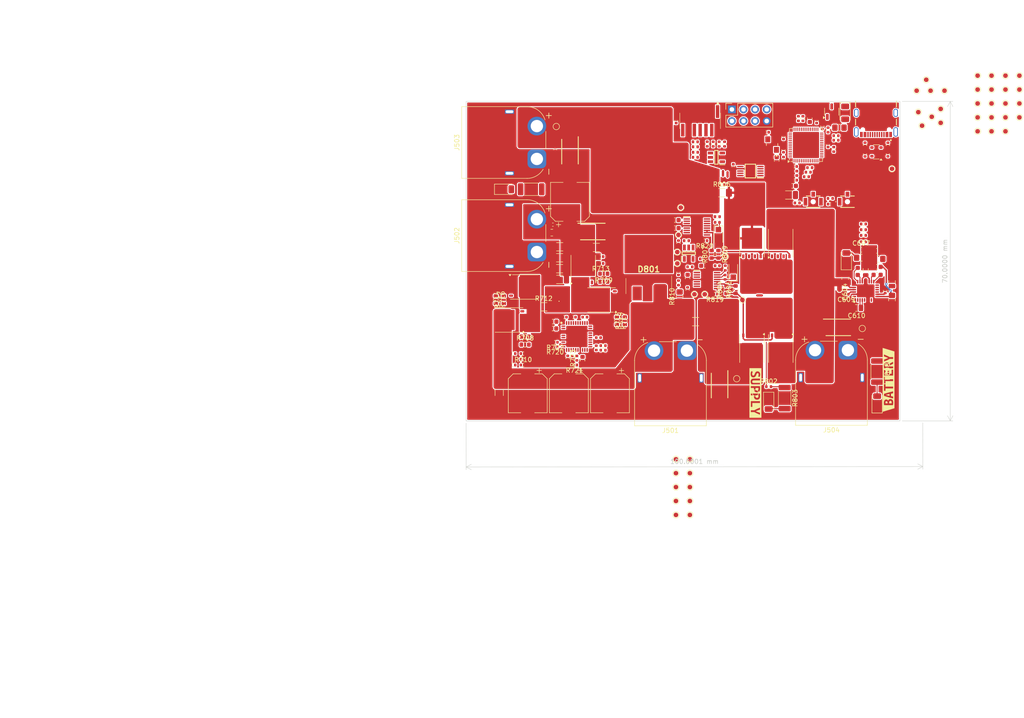
<source format=kicad_pcb>
(kicad_pcb (version 20240108) (generator "pcbnew") (generator_version "8.0")
  (title_block (title "${DOC_TYPE} Document") (date "2024-04-13") (rev "1.1") (company "${COMPANY}"))
  (layers (0 "F.Cu" signal "L1 (Sig, PWR)") (1 "In1.Cu" power "L2 (GND)") (2 "In2.Cu" power "L3 (GND)") (31 "B.Cu" signal "L4 (Sig, PWR)") (34 "B.Paste" user) (35 "F.Paste" user) (36 "B.SilkS" user "B.Silkscreen") (37 "F.SilkS" user "F.Silkscreen") (38 "B.Mask" user) (39 "F.Mask" user) (44 "Edge.Cuts" user))
  (property "BOARD_NAME" "ElonMux")
  (property "COMPANY" "EPFL Xplore")
  (property "DESIGNER" "Théo Heng")
  (property "PROJECT_NAME" "ERC")
  (property "RELEASE_DATE" "Release Date")
  (property "REVIEWER" "Federico Bise")
  (property "REVISION" "1.0")
  (property "VARIANT" "Draft")
  (net 0 "")
  (net 1 "+3V3")
  (net 2 "GND")
  (net 3 "/Project Architecture/MCU - Unit/CLOCK_IN")
  (net 4 "/Project Architecture/MCU - Unit/CLOCK_OUT")
  (net 5 "Net-(C413-Pad1)")
  (net 6 "Net-(IC601-COM1)")
  (net 7 "Net-(IC601-BST1)")
  (net 8 "Net-(IC601-COM2)")
  (net 9 "Net-(IC601-BST2)")
  (net 10 "/Project Architecture/Power - Generation/FB")
  (net 11 "+VBUS")
  (net 12 "+VCHARGE")
  (net 13 "+VSUPPLY")
  (net 14 "/Project Architecture/Power - Charger/EN{slash}UVLO")
  (net 15 "Net-(U701-CSB)")
  (net 16 "Net-(U701-CSA)")
  (net 17 "/Project Architecture/Power - Charger/SW1")
  (net 18 "/Project Architecture/Power - Charger/HB1")
  (net 19 "/Project Architecture/Power - Charger/SW2")
  (net 20 "/Project Architecture/Power - Charger/HB2")
  (net 21 "Net-(C716-Pad1)")
  (net 22 "/Project Architecture/Power - Charger/COMP")
  (net 23 "/Project Architecture/Power - Charger/VCC1")
  (net 24 "/Project Architecture/Power - Charger/ILIMCOMP{slash}ISET")
  (net 25 "/Project Architecture/Power - Charger/SS{slash}ATRK")
  (net 26 "+VBAT")
  (net 27 "/Project Architecture/Power - Power Path/BST1")
  (net 28 "/Project Architecture/Power - Power Path/BST2")
  (net 29 "/Project Architecture/Interface - Connectors/USB_C+")
  (net 30 "/Project Architecture/Interface - Connectors/USB_C-")
  (net 31 "/Project Architecture/MCU - Unit/VALID2")
  (net 32 "Net-(IC601-RT)")
  (net 33 "/Project Architecture/MCU - Unit/PGOOD")
  (net 34 "/Project Architecture/MCU - Unit/PRIORITY")
  (net 35 "/Project Architecture/Power - Generation/SW1_3V3")
  (net 36 "/Project Architecture/MCU - Unit/VALID1")
  (net 37 "/Project Architecture/Power - Power Path/OUTA")
  (net 38 "Net-(IC801-SNS-)")
  (net 39 "/Project Architecture/MCU - Unit/IMON1")
  (net 40 "/Project Architecture/Power - Power Path/TGDN1")
  (net 41 "/Project Architecture/Power - Power Path/ISET1")
  (net 42 "/Project Architecture/MCU - Unit/FAULT1")
  (net 43 "Net-(IC802-SNS-)")
  (net 44 "/Project Architecture/Power - Power Path/TGDN2")
  (net 45 "/Project Architecture/MCU - Unit/FAULT2")
  (net 46 "/Project Architecture/MCU - Unit/IMON2")
  (net 47 "/Project Architecture/Power - Power Path/OUTB")
  (net 48 "/Project Architecture/Power - Power Path/ISET2")
  (net 49 "/Project Architecture/Power - Power Path/INX")
  (net 50 "/Project Architecture/Power - Charger/HO1")
  (net 51 "/Project Architecture/Power - Charger/HO2")
  (net 52 "/Project Architecture/Power - Charger/LO1")
  (net 53 "/Project Architecture/Power - Charger/LO2")
  (net 54 "/Project Architecture/Interface - Connectors/CC1")
  (net 55 "/Project Architecture/Interface - Connectors/SBU1")
  (net 56 "/Project Architecture/Interface - Connectors/SBU2")
  (net 57 "/Project Architecture/Interface - Connectors/CC2")
  (net 58 "/Project Architecture/Interface - Connectors/GPIO38")
  (net 59 "/Project Architecture/Interface - Connectors/GPIO35")
  (net 60 "/Project Architecture/Interface - Connectors/GPIO37")
  (net 61 "/Project Architecture/Interface - Connectors/GPIO36")
  (net 62 "/Project Architecture/Power - Charger/shunt_bridge-")
  (net 63 "Net-(LED601-A)")
  (net 64 "Net-(LED701-A)")
  (net 65 "Net-(LED801-A)")
  (net 66 "Net-(LED802-A)")
  (net 67 "Net-(LED1101-A)")
  (net 68 "Net-(LED1101-K)")
  (net 69 "/Project Architecture/Sensing - Battery/shunt_bat+")
  (net 70 "/Project Architecture/Sensing - Battery/shunt_bat-")
  (net 71 "Net-(Q1101-G)")
  (net 72 "/Project Architecture/MCU - Unit/SCL")
  (net 73 "/Project Architecture/MCU - Unit/SDA")
  (net 74 "/Project Architecture/MCU - Unit/SPI_NCS")
  (net 75 "/Project Architecture/MCU - Unit/CHARGER_STATUS")
  (net 76 "/Project Architecture/MCU - Unit/CHUP_PU")
  (net 77 "/Project Architecture/MCU - Unit/GPIO0")
  (net 78 "/Project Architecture/Power - Charger/FB{slash}SEL_intFB")
  (net 79 "/Project Architecture/Power - Charger/VIN-FB")
  (net 80 "/Project Architecture/Power - Charger/CDC")
  (net 81 "/Project Architecture/Power - Charger/CFG2")
  (net 82 "/Project Architecture/Power - Charger/RT")
  (net 83 "/Project Architecture/Interface - Connectors/MTMS")
  (net 84 "/Project Architecture/Interface - Connectors/MTCK")
  (net 85 "/Project Architecture/Interface - Connectors/MTDO")
  (net 86 "/Project Architecture/Interface - Connectors/MTDI")
  (net 87 "/Project Architecture/Interface - Connectors/USB_D-")
  (net 88 "/Project Architecture/Interface - Connectors/USB_D+")
  (net 89 "/Project Architecture/MCU - Unit/LED_DBG")
  (net 90 "/Project Architecture/MCU - Unit/SPI_MOSI")
  (net 91 "/Project Architecture/MCU - Unit/SPI_MISO")
  (net 92 "/Project Architecture/MCU - Unit/SPI_CLK")
  (net 93 "/Project Architecture/MCU - Unit/SPICLK_P")
  (net 94 "/Project Architecture/MCU - Unit/LNA_IN")
  (net 95 "/Project Architecture/MCU - Unit/GPIO18")
  (net 96 "/Project Architecture/MCU - Unit/XTAL_32K_P")
  (net 97 "/Project Architecture/MCU - Unit/GPIO46")
  (net 98 "/Project Architecture/MCU - Unit/GPIO17")
  (net 99 "/Project Architecture/MCU - Unit/SPID")
  (net 100 "/Project Architecture/MCU - Unit/U0RXD")
  (net 101 "/Project Architecture/MCU - Unit/SPIHD")
  (net 102 "/Project Architecture/MCU - Unit/SPICLK")
  (net 103 "/Project Architecture/MCU - Unit/SPICLK_N")
  (net 104 "/Project Architecture/MCU - Unit/SPICS1")
  (net 105 "/Project Architecture/MCU - Unit/XTAL_32K_N")
  (net 106 "/Project Architecture/MCU - Unit/U0TXD")
  (net 107 "/Project Architecture/MCU - Unit/SPIQ")
  (net 108 "/Project Architecture/MCU - Unit/SPIWP")
  (net 109 "/Project Architecture/MCU - Unit/SPICS0")
  (net 110 "/Project Architecture/MCU - Unit/GPIO45")
  (net 111 "/Project Architecture/MCU - Unit/GPIO3")
  (net 112 "/Project Architecture/Power - Charger/DRV1")
  (net 116 "/Project Architecture/Sensing - Battery/ALERT")
  (net 117 "/Project Architecture/Power - Power Path/VDD")
  (net 118 "/Project Architecture/Power - Power Path/VCC1")
  (net 119 "/Project Architecture/Power - Power Path/VCC2")
  (net 120 "/Project Architecture/Power - Power Path/TS")
  (net 121 "/Project Architecture/Power - Generation/+VOUT")
  (net 122 "/Project Architecture/Power - Power Path/GATE1")
  (net 123 "/Project Architecture/Power - Power Path/GATE2")
  (net 124 "/Project Architecture/Power - Power Path/SOURCE1")
  (net 125 "/Project Architecture/Power - Power Path/SOURCE2")
  (net 126 "Net-(Q701-G)")
  (net 127 "Net-(Q702-G)")
  (net 128 "Net-(Q703-G)")
  (net 129 "Net-(Q704-G)")
  (net 130 "Net-(R802-Pad2)")
  (net 131 "Net-(R815-Pad2)")
  (net 132 "Net-(IC601-ENA)")
  (footprint "Resistor_SMD:R_0402_1005Metric" (layer "F.Cu") (at 204.1 59.8 90)
    (property "Reference" "R1010" (hide yes))
    (property "Value" "5k1 1%" (hide yes))
  )
  (footprint "Capacitor_SMD:C_0603_1608Metric" (layer "F.Cu") (at 165.25 89 -90)
    (property "Reference" "C809" (hide yes))
    (property "Value" "1u X7R 50V" (hide yes))
  )
  (footprint "Package_TO_SOT_SMD:SOT-23-3" (layer "F.Cu") (at 196.8 52.5 90)
    (property "Reference" "Q1101" (hide yes))
    (property "Value" "PMV90ENER" (hide yes))
  )
  (footprint "TestPoint:TestPoint_Pad_D1.0mm" (layer "F.Cu") (at 228.75 50.7)
    (property "Reference" "TP403" (hide yes))
    (property "Value" "MTDI" (hide yes))
  )
  (footprint "Resistor_SMD:R_0805_2012Metric_Pad1.20x1.40mm_HandSolder" (layer "F.Cu") (at 135.52 79)
    (property "Reference" "R701" (hide yes))
    (property "Value" "7m 1% 1W" (hide yes))
  )
  (footprint "TestPoint:TestPoint_Pad_D1.0mm" (layer "F.Cu") (at 210 65 -90)
    (property "Reference" "TP1001" (hide yes))
    (property "Value" "VIN2" (hide yes))
  )
  (footprint "Capacitor_SMD:C_0402_1005Metric" (layer "F.Cu") (at 186.25 60.9 -90)
    (property "Reference" "C409" (hide yes))
    (property "Value" "10p X7R 25V" (hide yes))
  )
  (footprint "Capacitor_SMD:C_0402_1005Metric" (layer "F.Cu") (at 182.52 57)
    (property "Reference" "C410" (hide yes))
    (property "Value" "10p X7R 25V" (hide yes))
  )
  (footprint "NetTie:NetTie-2_SMD_Pad0.5mm" (layer "F.Cu") (at 181 92.75 180)
    (property "Reference" "NT801" (hide yes))
    (property "Value" "NetTie_TS" (hide yes))
  )
  (footprint "Resistor_SMD:R_0402_1005Metric" (layer "F.Cu") (at 171.25 92.5 180)
    (property "Reference" "R819")
    (property "Value" "100k 1%")
  )
  (footprint "TestPoint:TestPoint_Pad_D1.0mm" (layer "F.Cu") (at 228.75 47.65)
    (property "Reference" "TP402" (hide yes))
    (property "Value" "MTDO" (hide yes))
  )
  (footprint "Capacitor_SMD:C_0603_1608Metric" (layer "F.Cu") (at 135.725 100)
    (property "Reference" "C722" (hide yes))
    (property "Value" "22u X5R 50V" (hide yes))
  )
  (footprint "Capacitor_SMD:CP_Elec_8x6.7" (layer "F.Cu") (at 130.25 114.2 -90)
    (property "Reference" "C704" (hide yes))
    (property "Value" "27u 63V" (hide yes))
  )
  (footprint "Capacitor_SMD:C_0402_1005Metric" (layer "F.Cu") (at 138.25 97.5)
    (property "Reference" "C718" (hide yes))
    (property "Value" "100n X7R 50V" (hide yes))
  )
  (footprint "Resistor_SMD:R_0402_1005Metric" (layer "F.Cu") (at 191.66 65.75)
    (property "Reference" "R402" (hide yes))
    (property "Value" "10k 1%" (hide yes))
  )
  (footprint "Charge_Manager_FP:AMASS_XT60PW-M_1x02_P7.20mm_Horizontal" (layer "F.Cu") (at 200.35 104.75 180)
    (property "Reference" "J504")
    (property "Value" "XT60PW-M")
  )
  (footprint "Charge_Manager_FP:AMASS_XT60PW-M_1x02_P7.20mm_Horizontal" (layer "F.Cu") (at 132.25 62.85 90)
    (property "Reference" "J503")
    (property "Value" "XT60PW-M")
  )
  (footprint "Resistor_SMD:R_2010_5025Metric" (layer "F.Cu") (at 131 69.5 180)
    (property "Reference" "R707" (hide yes))
    (property "Value" "1k 1% 2W" (hide yes))
  )
  (footprint "TestPoint:TestPoint_Pad_D1.0mm" (layer "F.Cu") (at 231.8 44.6)
    (property "Reference" "TP407" (hide yes))
    (property "Value" "SPI_MISO" (hide yes))
  )
  (footprint "Charge_Manager_FP:GCT_USB4105-GF-A" (layer "F.Cu") (at 206.5 52.75 180)
    (property "Reference" "J1002" (hide yes))
    (property "Value" "USB4105-GF-A" (hide yes))
  )
  (footprint "Package_TO_SOT_SMD:TDSON-8-1" (layer "F.Cu") (at 185.635 81.3 90)
    (property "Reference" "Q804" (hide yes))
    (property "Value" "CSD18540Q5B" (hide yes))
  )
  (footprint "Capacitor_SMD:C_0402_1005Metric" (layer "F.Cu") (at 196 59.75 90)
    (property "Reference" "C407" (hide yes))
    (property "Value" "100n X7R 50V" (hide yes))
  )
  (footprint "Resistor_SMD:R_0402_1005Metric" (layer "F.Cu") (at 203.75 77.1 180)
    (property "Reference" "R605" (hide yes))
    (property "Value" "10k 1%" (hide yes))
  )
  (footprint "TestPoint:TestPoint_Pad_D1.0mm" (layer "F.Cu") (at 231.8 47.65)
    (property "Reference" "TP408" (hide yes))
    (property "Value" "SPI_CLK" (hide yes))
  )
  (footprint "Resistor_SMD:R_1206_3216Metric_Pad1.30x1.75mm_HandSolder" (layer "F.Cu") (at 167 98.5 180)
    (property "Reference" "R805" (hide yes))
    (property "Value" "1m 1% 2W" (hide yes))
  )
  (footprint "Capacitor_SMD:C_0402_1005Metric" (layer "F.Cu") (at 171.75 86.25)
    (property "Reference" "C802" (hide yes))
    (property "Value" "100n X7R 50V" (hide yes))
  )
  (footprint "Capacitor_SMD:C_0603_1608Metric" (layer "F.Cu") (at 162.5 78 180)
    (property "Reference" "C811" (hide yes))
    (property "Value" "1u X7R 50V" (hide yes))
  )
  (footprint "Resistor_SMD:R_0402_1005Metric" (layer "F.Cu") (at 165.25 91.5 -90)
    (property "Reference" "R817" (hide yes))
    (property "Value" "10k 1%" (hide yes))
  )
  (footprint "Capacitor_SMD:C_0402_1005Metric" (layer "F.Cu") (at 145.73 102 180)
    (property "Reference" "C714" (hide yes))
    (property "Value" "100n X7R 50V" (hide yes))
  )
  (footprint "Charge_Manager_FP:LM51772RHAR" (layer "F.Cu") (at 141 101.75)
    (property "Reference" "U701" (hide yes))
    (property "Value" "LM51772RHAR" (hide yes))
  )
  (footprint "Capacitor_SMD:C_0402_1005Metric" (layer "F.Cu") (at 142.75 97.5)
    (property "Reference" "C715" (hide yes))
    (property "Value" "100n X7R 50V" (hide yes))
  )
  (footprint "TestPoint:TestPoint_Pad_D1.0mm" (layer "F.Cu") (at 177.25 93.75)
    (property "Reference" "TP802" (hide yes))
    (property "Value" "TGDN1" (hide yes))
  )
  (footprint "TestPoint:TestPoint_Pad_D1.0mm" (layer "F.Cu") (at 220.665 51.895)
    (property "Reference" "TP604" (hide yes))
    (property "Value" "GND" (hide yes))
  )
  (footprint "TestPoint:TestPoint_Pad_D1.0mm" (layer "F.Cu") (at 231.8 50.7)
    (property "Reference" "TP409" (hide yes))
    (property "Value" "SCL" (hide yes))
  )
  (footprint "TestPoint:TestPoint_Pad_D1.0mm" (layer "F.Cu") (at 228.75 44.6)
    (property "Reference" "TP401" (hide yes))
    (property "Value" "MTCK" (hide yes))
  )
  (footprint "Resistor_SMD:R_0402_1005Metric" (layer "F.Cu") (at 146.75 103.75)
    (property "Reference" "R718" (hide yes))
    (property "Value" "10R 1%" (hide yes))
  )
  (footprint "TestPoint:TestPoint_Pad_D1.0mm" (layer "F.Cu") (at 165.75 140.85)
    (property "Reference" "TP710" (hide yes))
    (property "Value" "GND" (hide yes))
  )
  (footprint "TestPoint:TestPoint_Pad_D1.0mm" (layer "F.Cu") (at 237.9 47.65)
    (property "Reference" "TP420" (hide yes))
    (property "Value" "IMON2" (hide yes))
  )
  (footprint "Resistor_SMD:R_0402_1005Metric" (layer "F.Cu") (at 203.75 78.35 180)
    (property "Reference" "R602" (hide yes))
    (property "Value" "10k 1%" (hide yes))
  )
  (footprint "Charge_Manager_FP:TPS3701DDCR" (layer "F.Cu") (at 165.5 83.5 90)
    (property "Reference" "IC803" (hide yes))
    (property "Value" "TPS3701DDCR" (hide yes))
  )
  (footprint "Resistor_SMD:R_0402_1005Metric" (layer "F.Cu") (at 173.35 59.59 90)
    (property "Reference" "R1005" (hide yes))
    (property "Value" "27R 1%" (hide yes))
  )
  (footprint "Capacitor_SMD:C_1206_3216Metric" (layer "F.Cu") (at 137.25 82.1)
    (property "Reference" "C708" (hide yes))
    (property "Value" "10u X7R 50V" (hide yes))
  )
  (footprint "TestPoint:TestPoint_Pad_D1.0mm" (layer "F.Cu") (at 162.7 140.85)
    (property "Reference" "TP705" (hide yes))
    (property "Value" "LO1" (hide yes))
  )
  (footprint "TestPoint:TestPoint_Pad_D1.0mm" (layer "F.Cu") (at 165.75 131.7)
    (property "Reference" "TP707" (hide yes))
    (property "Value" "SW1" (hide yes))
  )
  (footprint "Resistor_SMD:R_0402_1005Metric" (layer "F.Cu") (at 146.25 84.25)
    (property "Reference" "R704" (hide yes))
    (property "Value" "130k 1%" (hide yes))
  )
  (footprint "Charge_Manager_FP:DIOM5436X244N" (layer "F.Cu") (at 144.5 78.75)
    (property "Reference" "D502" (hide yes))
    (property "Value" "SMBJ30CA" (hide yes))
  )
  (footprint "Capacitor_SMD:C_0402_1005Metric" (layer "F.Cu") (at 209.1 61.8 90)
    (property "Reference" "C1002" (hide yes))
    (property "Value" "100n X7R 50V" (hide yes))
  )
  (footprint "Resistor_SMD:R_0805_2012Metric_Pad1.20x1.40mm_HandSolder" (layer "F.Cu") (at 163.5 93 90)
    (property "Reference" "R810")
    (property "Value" "240k 1%")
  )
  (footprint "TestPoint:TestPoint_Pad_D1.0mm" (layer "F.Cu") (at 203.5 100)
    (property "Reference" "TP811" (hide yes))
    (property "Value" "GND" (hide yes))
  )
  (footprint "TestPoint:TestPoint_Pad_D1.0mm" (layer "F.Cu") (at 165.75 137.8)
    (property "Reference" "TP709" (hide yes))
    (property "Value" "GND" (hide yes))
  )
  (footprint "Resistor_SMD:R_0603_1608Metric" (layer "F.Cu") (at 129.675 103.535)
    (property "Reference" "R708")
    (property "Value" "0R 1%")
  )
  (footprint "Charge_Manager_FP:INA239AQDGSRQ1" (layer "F.Cu") (at 179 65.5 180)
    (property "Reference" "U901" (hide yes))
    (property "Value" "INA239AQDGSRQ1" (hide yes))
  )
  (footprint "Resistor_SMD:R_0603_1608Metric" (layer "F.Cu") (at 175.75 91.5 90)
    (property "Reference" "R801")
    (property "Value" "0R 1%")
  )
  (footprint "Resistor_SMD:R_0402_1005Metric" (layer "F.Cu") (at 166.96 61.39)
    (property "Reference" "R1003" (hide yes))
    (property "Value" "10k 1%" (hide yes))
  )
  (footprint "TestPoint:TestPoint_Pad_D1.0mm" (layer "F.Cu") (at 163.75 73.5)
    (property "Reference" "TP807" (hide yes))
    (property "Value" "VCC2" (hide yes))
  )
  (footprint "Resistor_SMD:R_1206_3216Metric_Pad1.30x1.75mm_HandSolder" (layer "F.Cu") (at 133.75 95.25)
    (property "Reference" "R712")
    (property "Value" "1m 1% 2W")
  )
  (footprint "Capacitor_SMD:C_0402_1005Metric" (layer "F.Cu") (at 168.5 84.75)
    (property "Reference" "C807" (hide yes))
    (property "Value" "100n X7R 50V" (hide yes))
  )
  (footprint "Resistor_SMD:R_0402_1005Metric" (layer "F.Cu") (at 127 105.5)
    (property "Reference" "R706" (hide yes))
    (property "Value" "130k 1%" (hide yes))
  )
  (footprint "Resistor_SMD:R_0402_1005Metric" (layer "F.Cu") (at 191.27 66.75)
    (property "Reference" "R401" (hide yes))
    (property "Value" "10k 1%" (hide yes))
  )
  (footprint "Charge_Manager_FP:AMASS_XT60PW-M_1x02_P7.20mm_Horizontal" (layer "F.Cu") (at 165.1 104.85 180)
    (property "Reference" "J501")
    (property "Value" "XT60PW-M")
  )
  (footprint "Charge_Manager_FP:DIOM5436X244N" (layer "F.Cu") (at 198.25 99.75)
    (property "Reference" "D504" (hide yes))
    (property "Value" "SMBJ30CA" (hide yes))
  )
  (footprint "Resistor_SMD:R_0402_1005Metric" (layer "F.Cu") (at 139 106.5 -90)
    (property "Reference" "R723")
    (property "Value" "56k 1%")
  )
  (footprint "Resistor_SMD:R_0402_1005Metric" (layer "F.Cu") (at 170.85 59.59 90)
    (property "Reference" "R1007" (hide yes))
    (property "Value" "27R 1%" (hide yes))
  )
  (footprint "Charge_Manager_FP:B3U1100PB" (layer "F.Cu") (at 200.25 72.225 180)
    (property "Reference" "S402" (hide yes))
    (property "Value" "B3U-1100P-B" (hide yes))
  )
  (footprint "Capacitor_SMD:C_0603_1608Metric" (layer "F.Cu") (at 142.25 107 90)
    (property "Reference" "C720" (hide yes))
    (property "Value" "22u X5R 50V" (hide yes))
  )
  (footprint "TestPoint:TestPoint_Pad_D1.0mm" (layer "F.Cu") (at 218.45 47.9)
    (property "Reference" "TP412" (hide yes))
    (property "Value" "LED_DBG" (hide yes))
  )
  (footprint "Resistor_SMD:R_0402_1005Metric" (layer "F.Cu") (at 209.1 59.81 90)
    (property "Reference" "R1009" (hide yes))
    (property "Value" "5k1 1%" (hide yes))
  )
  (footprint "TestPoint:TestPoint_Pad_D1.0mm" (layer "F.Cu") (at 165.75 128.65)
    (property "Reference" "TP706" (hide yes))
    (property "Value" "LO2" (hide yes))
  )
  (footprint "Resistor_SMD:R_0402_1005Metric" (layer "F.Cu") (at 166.94 59.09)
    (property "Reference" "R1001" (hide yes))
    (property "Value" "10k 1%" (hide yes))
  )
  (footprint "Charge_Manager_FP:XTAL_ECS-400-10-33B-CKM-TR" (layer "F.Cu") (at 183.75 59.7 90)
    (property "Reference" "Y401" (hide yes))
    (property "Value" "ECS-400-10-33B-CKM-TR" (hide yes))
  )
  (footprint "Charge_Manager_FP:74439323010" (layer "F.Cu") (at 139.765 94.025 -90)
    (property "Reference" "L701" (hide yes))
    (property "Value" "1u" (hide yes))
  )
  (footprint "Package_TO_SOT_SMD:TDSON-8-1" (layer "F.Cu") (at 179.345 81.3 90)
    (property "Reference" "Q803" (hide yes))
    (property "Value" "CSD18540Q5B" (hide yes))
  )
  (footprint "Resistor_SMD:R_0402_1005Metric" (layer "F.Cu") (at 197.25 60.75 -90)
    (property "Reference" "R406" (hide yes))
    (property "Value" "10k 1%" (hide yes))
  )
  (footprint "Capacitor_SMD:C_0603_1608Metric" (layer "F.Cu") (at 192 53.975 90)
    (property "Reference" "C401" (hide yes))
    (property "Value" "1u X7R 50V" (hide yes))
  )
  (footprint "Capacitor_SMD:C_1206_3216Metric" (layer "F.Cu") (at 137.225 84.5)
    (property "Reference" "C709" (hide yes))
    (property "Value" "10u X7R 50V" (hide yes))
  )
  (footprint "Resistor_SMD:R_0603_1608Metric" (layer "F.Cu") (at 146.9 88 180)
    (property "Reference" "R709")
    (property "Value" "0R 1%")
  )
  (footprint "TestPoint:TestPoint_Pad_D1.0mm" (layer "F.Cu") (at 163.25 79.5)
    (property "Reference" "TP803" (hide yes))
    (property "Value" "OUTB" (hide yes))
  )
  (footprint "Resistor_SMD:R_0402_1005Metric" (layer "F.Cu") (at 169.55 59.58 90)
    (property "Reference" "R1008" (hide yes))
    (property "Value" "27R 1%" (hide yes))
  )
  (footprint "Resistor_SMD:R_0402_1005Metric" (layer "F.Cu") (at 163.25 81.25 -90)
    (property "Reference" "R818" (hide yes))
    (property "Value" "10k 1%" (hide yes))
  )
  (footprint "TestPoint:TestPoint_Pad_D1.0mm" (layer "F.Cu") (at 237.9 53.75)
    (property "Reference" "TP422" (hide yes))
    (property "Value" "GND" (hide yes))
  )
  (footprint "Package_TO_SOT_SMD:TDSON-8-1" (layer "F.Cu") (at 146.415 93.75 180)
    (property "Reference" "Q704" (hide yes))
    (property "Value" "CSD18540Q5B" (hide yes))
  )
  (footprint "Capacitor_SMD:C_0603_1608Metric" (layer "F.Cu") (at 188.185 68.75 180)
    (property "Reference" "C404" (hide yes))
    (property "Value" "1u X7R 50V" (hide yes))
  )
  (footprint "TestPoint:TestPoint_Pad_D1.0mm" (layer "F.Cu") (at 136.5 55.75)
    (property "Reference" "TP810" (hide yes))
    (property "Value" "+VSUPPLY" (hide yes))
  )
  (footprint "TestPoint:TestPoint_Pad_D1.0mm" (layer "F.Cu") (at 176 111)
    (property "Reference" "TP808" (hide yes))
    (property "Value" "+VCHARGE" (hide yes))
  )
  (footprint "Resistor_SMD:R_0805_2012Metric_Pad1.20x1.40mm_HandSolder" (layer "F.Cu") (at 210 93.75 -90)
    (property "Reference" "R607" (hide yes))
    (property "Value" "301k 1%" (hide yes))
  )
  (footprint "Resistor_SMD:R_0402_1005Metric" (layer "F.Cu") (at 192 64.75)
    (property "Reference" "R403" (hide yes))
    (property "Value" "10k 1%" (hide yes))
  )
  (footprint "Resistor_SMD:R_0402_1005Metric" (layer "F.Cu") (at 165 80.75 180)
    (property "Reference" "R812" (hide yes))
    (property "Value" "20k5 1%" (hide yes))
  )
  (footprint "Capacitor_SMD:C_0603_1608Metric" (layer "F.Cu") (at 184.76 63.25 -90)
    (property "Reference" "C411" (hide yes))
    (property "Value" "1u X7R 50V" (hide yes))
  )
  (footprint "TestPoint:TestPoint_Pad_D1.0mm" (layer "F.Cu") (at 228.75 56.8)
    (property "Reference" "TP405" (hide yes))
    (property "Value" "SPI_NCS" (hide yes))
  )
  (footprint "TestPoint:TestPoint_Pad_D1.0mm" (layer "F.Cu") (at 162.7 134.75)
    (property "Reference" "TP703" (hide yes))
    (property "Value" "HO1" (hide yes))
  )
  (footprint "TestPoint:TestPoint_Pad_D1.0mm" (layer "F.Cu") (at 166.75 92.5)
    (property "Reference" "TP801" (hide yes))
    (property "Value" "OUTA" (hide yes))
  )
  (footprint "Resistor_SMD:R_0402_1005Metric" (layer "F.Cu") (at 190.5 54 -90)
    (property "Reference" "R404" (hide yes))
    (property "Value" "10k 1%" (hide yes))
  )
  (footprint "TestPoint:TestPoint_Pad_D1.0mm" (layer "F.Cu") (at 162.7 128.65)
    (property "Reference" "TP701" (hide yes))
    (property "Value" "+VCHARGE" (hide yes))
  )
  (footprint "Charge_Manager_FP:LTC3126EUFD" (layer "F.Cu") (at 204.25 91.75 90)
    (property "Reference" "IC601" (hide yes))
    (property "Value" "LTC3126IUFD#PBF" (hide yes))
  )
  (footprint "Capacitor_SMD:C_0603_1608Metric" (layer "F.Cu") (at 169 86.25)
    (property "Reference" "C808" (hide yes))
    (property "Value" "1u X7R 50V" (hide yes))
  )
  (footprint "Package_TO_SOT_SMD:SOT-143" (layer "F.Cu") (at 206.6 61.3 180)
    (property "Reference" "D1002" (hide yes))
    (property "Value" "PRTR5V0U2X" (hide yes))
  )
  (footprint "TestPoint:TestPoint_Pad_D1.0mm" (layer "F.Cu") (at 220.665 54.945)
    (property "Reference" "TP605" (hide yes))
    (property "Value" "GND" (hide yes))
  )
  (footprint "TestPoint:TestPoint_Pad_D1.0mm" (layer "F.Cu") (at 237.9 50.7)
    (property "Reference" "TP421" (hide yes))
    (property "Value" "GND" (hide yes))
  )
  (footprint "Capacitor_SMD:C_0402_1005Metric" (layer "F.Cu") (at 186.25 62.92 -90)
    (property "Reference" "C412" (hide yes))
    (property "Value" "10n X7R 50V" (hide yes))
  )
  (footprint "Resistor_SMD:R_0402_1005Metric" (layer "F.Cu") (at 203.75 81 180)
    (property "Reference" "R604" (hide yes))
    (property "Value" "10k 1%" (hide yes))
  )
  (footprint "Resistor_SMD:R_0402_1005Metric" (layer "F.Cu") (at 129.25 105.5)
    (property "Reference" "R711" (hide yes))
    (property "Value" "5k6 1%" (hide yes))
  )
  (footprint "Resistor_SMD:R_1206_3216Metric_Pad1.30x1.75mm_HandSolder" (layer "F.Cu") (at 172.75 70.25)
    (property "Reference" "R806")
    (property "Value" "1m 1% 2W")
  )
  (footprint "Capacitor_SMD:C_0402_1005Metric" (layer "F.Cu") (at 188.68 67.5 180)
    (property "Reference" "C405" (hide yes))
    (property "Value" "100n X7R 50V" (hide yes))
  )
  (footprint "Capacitor_SMD:C_0402_1005Metric" (layer "F.Cu") (at 145.25 104.25 90)
    (property "Reference" "C713" (hide yes))
    (property "Value" "100n X7R 50V" (hide yes))
  )
  (footprint "Resistor_SMD:R_0402_1005Metric" (layer "F.Cu") (at 166.94 62.49)
    (property "Reference" "R1004" (hide yes))
    (property "Value" "10k 1%" (hide yes))
  )
  (footprint "Resistor_SMD:R_0603_1608Metric" (layer "F.Cu") (at 170.5 83.75 90)
    (property "Reference" "R807")
    (property "Value" "3R 1%")
  )
  (footprint "Resistor_SMD:R_0603_1608Metric" (layer "F.Cu") (at 149.765 98.325 -90)
    (property "Reference" "R717")
    (property "Value" "0R 1%")
  )
  (footprint "Resistor_SMD:R_0402_1005Metric" (layer "F.Cu") (at 146.25 85.75 180)
    (property "Reference" "R713")
    (property "Value" "5k6 1%")
  )
  (footprint "Package_TO_SOT_SMD:TDSON-8-1" (layer "F.Cu") (at 179.345 104.4 -90)
    (property "Reference" "Q801" (hide yes))
    (property "Value" "CSD18540Q5B" (hide yes))
  )
  (footprint "Capacitor_SMD:CP_Elec_8x6.7" (layer "F.Cu") (at 139.5 72.25 90)
    (property "Reference" "C711" (hide yes))
    (property "Value" "27u 63V" (hide yes))
  )
  (footprint "Capacitor_SMD:C_0402_1005Metric" (layer "F.Cu") (at 173.462 88.77 -90)
    (property "Reference" "C803" (hide yes))
    (property "Value" "100n X7R 50V" (hide yes))
  )
  (footprint "Resistor_SMD:R_0402_1005Metric" (layer "F.Cu") (at 197.75 58.75)
    (property "Reference" "R1011" (hide yes))
    (property "Value" "27R 1%" (hide yes))
  )
  (footprint "Resistor_SMD:R_0402_1005Metric" (layer "F.Cu") (at 163.25 87.75 90)
    (property "Reference" "R816" (hide yes))
    (property "Value" "10k 1%" (hide yes))
  )
  (footprint "Resistor_SMD:R_0402_1005Metric" (layer "F.Cu") (at 208.5 91.75 90)
    (property "Reference" "R608" (hide yes))
    (property "Value" "44k2 1%" (hide yes))
  )
  (footprint "Resistor_SMD:R_0402_1005Metric" (layer "F.Cu") (at 196 56.5 -90)
    (property "Reference" "R1102" (hide yes))
    (property "Value" "100R 1% 0.2W" (hide yes))
  )
  (footprint "Resistor_SMD:R_0603_1608Metric" (layer "F.Cu") (at 173.75 91.5 90)
    (property "Reference" "R804")
    (property "Value" "3R 1%")
  )
  (footprint "Resistor_SMD:R_0402_1005Metric" (layer "F.Cu") (at 183 112.75)
    (property "Reference" "R802")
    (property "Value" "100R 1% 0.2W")
  )
  (footprint "Resistor_SMD:R_0603_1608Metric" (layer "F.Cu") (at 151.5 98.325 90)
    (property "Reference" "R715")
    (property "Value" "3R 1%")
  )
  (footprint "Resistor_SMD:R_0402_1005Metric" (layer "F.Cu") (at 136.25 103 180)
    (property "Reference" "R722")
    (property "Value" "20k5 1%")
  )
  (footprint "Resistor_SMD:R_0402_1005Metric" (layer "F.Cu") (at 140.5 108 180)
    (property "Reference" "R721")
    (property "Value" "10k 1%")
  )
  (footprint "Capacitor_SMD:C_0402_1005Metric" (layer "F.Cu") (at 196.5 72.75)
    (property "Reference" "C413" (hide yes))
    (property "Value" "100n X7R 50V" (hide yes))
  )
  (footprint "Package_DFN_QFN:QFN-56-1EP_7x7mm_P0.4mm_EP4x4mm" (layer "F.Cu") (at 191.17 59.8 90)
    (property "Reference" "U401" (hide yes))
    (property "Value" "ESP32-S3FN8" (hide yes))
  )
  (footprint "TestPoint:TestPoint_Pad_D1.0mm" (layer "F.Cu") (at 234.85 44.6)
    (property "Reference" "TP413" (hide yes))
    (property "Value" "PRIORITY" (hide yes))
  )
  (footprint "Capacitor_SMD:C_0402_1005Metric" (layer "F.Cu") (at 141 106.5 90)
    (property "Reference" "C716" (hide yes))
    (property "Value" "10n X7R 50V" (hide yes))
  )
  (footprint "Resistor_SMD:R_0402_1005Metric" (layer "F.Cu") (at 146.75 104.75)
    (property "Reference" "R719" (hide yes))
    (property "Value" "10R 1%" (hide yes))
  )
  (footprint "Charge_Manager_FP:DIOM5436X244N" (layer "F.Cu") (at 172.25 112.5 -90)
    (property "Reference" "D501" (hide yes))
    (property "Value" "SMBJ30CA" (hide yes))
  )
  (footprint "Capacitor_SMD:C_0805_2012Metric" (layer "F.Cu") (at 210 89.75 90)
    (property "Reference" "C608" (hide yes))
    (property "Value" "4u7 X7R 50V" (hide yes))
  )
  (footprint "kibuzzard-67161F44" (layer "F.Cu") (at 180.096359 114.12 -90)
    (property "Reference" "kibuzzard-67161F44" (hide yes))
    (property "Value" "G***" (hide yes))
  )
  (footprint "Charge_Manager_FP:D5V0P4UR6SO-7 SOT95P285X140-6N" (layer "F.Cu") (at 171.55 62.5 180)
    (property "Reference" "D1001" (hide yes))
    (property "Value" "D5V0P4UR6SO-7" (hide yes))
  )
  (footprint "Capacitor_SMD:C_0603_1608Metric" (layer "F.Cu") (at 206.75 88.25)
    (property "Reference" "C602" (hide yes))
    (property "Value" "1u X7R 50V" (hide yes))
  )
  (footprint "Capacitor_SMD:C_0402_1005Metric" (layer "F.Cu") (at 188.66 64.5 180)
    (property "Reference" "C406" (hide yes))
    (property "Value" "100n X7R 50V" (hide yes))
  )
  (footprint "Capacitor_SMD:C_1206_3216Metric" (layer "F.Cu") (at 187.385 70.75 180)
    (property "Reference" "C403" (hide yes))
    (property "Value" "10u X7R 50V" (hide yes))
  )
  (footprint "Capacitor_SMD:C_0603_1608Metric" (layer "F.Cu") (at 202.5 87.5 90)
    (property "Reference" "C601" (hide yes))
    (property "Value" "1u X7R 50V" (hide yes))
  )
  (footprint "TestPoint:TestPoint_Pad_D1.0mm" (layer "F.Cu") (at 234.85 53.75)
    (property "Reference" "TP416" (hide yes))
    (property "Value" "PGOOD" (hide yes))
  )
  (footprint "Resistor_SMD:R_0805_2012Metric_Pad1.20x1.40mm_HandSolder" (layer "F.Cu") (at 198.5 56)
    (property "Reference" "R1101" (hide yes))
    (property "Value" "56R 1% 0.5W" (hide yes))
  )
  (footprint "LED_SMD:LED_1206_3216Metric" (layer "F.Cu") (at 200 84.85 90)
    (property "Reference" "LED601" (hide yes))
    (property "Value" "RED" (hide yes))
  )
  (footprint "Resistor_SMD:R_0805_2012Metric_Pad1.20x1.40mm_HandSolder" (layer "F.Cu") (at 203.25 84.5 180)
    (property "Reference" "R601" (hide yes))
    (property "Value" "56R 1% 0.5W" (hide yes))
  )
  (footprint "LED_SMD:LED_1206_3216Metric" (layer "F.Cu") (at 183 116.25 -90)
    (property "Reference" "LED801" (hide yes))
    (property "Value" "RED" (hide yes))
  )
  (footprint "Resistor_SMD:R_2010_5025Metric" (layer "F.Cu") (at 206.75 109.4375 -90)
    (property "Reference" "R808")
    (property "Value" "1k 1% 2W")
  )
  (footprint "Capacitor_SMD:C_0402_1005Metric" (layer "F.Cu") (at 193.5 54.5 90)
    (property "Reference" "C402" (hide yes))
    (property "Value" "100n X7R 50V" (hide yes))
  )
  (footprint "Capacitor_SMD:C_0402_1005Metric" (layer "F.Cu") (at 136.25 60.77 -90)
    (property "Reference" "C805" (hide yes))
    (property "Value" "100n X7R 50V" (hide yes))
  )
  (footprint "NetTie:NetTie-2_SMD_Pad0.5mm" (layer "F.Cu") (at 174 66.25 -90)
    (property "Reference" "NT901" (hide yes))
    (property "Value" "NetTie_CSA" (hide yes))
  )
  (footprint "NetTie:NetTie-2_SMD_Pad0.5mm" (layer "F.Cu") (at 173 66 -90)
    (property "Reference" "NT902" (hide yes))
    (property "Value" "NetTie_CSA" (hide yes))
  )
  (footprint "Charge_Manager_FP:DIOM5436X244N" (layer "F.Cu") (at 139.5 61.25 -90)
    (property "Reference" "D503" (hide yes))
    (property "Value" "SMBJ30CA" (hide yes))
  )
  (footprint "Resistor_SMD:R_0603_1608Metric" (layer "F.Cu") (at 146.9 89.75)
    (property "Reference" "R703" (hide yes))
    (property "Value" "3R 1%" (hide yes))
  )
  (footprint "Capacitor_SMD:C_0402_1005Metric" (layer "F.Cu") (at 129.25 106.75 180)
    (property "Reference" "C712" (hide yes))
    (property "Value" "100n X7R 50V" (hide yes))
  )
  (footprint "Resistor_SMD:R_0603_1608Metric" (layer "F.Cu") (at 129.675 101.785)
    (property "Reference" "R702" (hide yes))
    (property "Value" "3R 1%" (hide yes))
  )
  (footprint "Capacitor_SMD:C_0603_1608Metric" (layer "F.Cu") (at 206.75 83 180)
    (property "Reference" "C606" (hide yes))
    (property "Value" "22u X5R 50V" (hide yes))
  )
  (footprint "Resistor_SMD:R_0603_1608Metric" (layer "F.Cu") (at 172 83.75 -90)
    (property "Reference" "R809")
    (property "Value" "0R 1%")
  )
  (footprint "Capacitor_SMD:C_0402_1005Metric" (layer "F.Cu") (at 172.73 68.5)
    (property "Reference" "C801" (hide yes))
    (property "Value" "100n X7R 50V" (hide yes))
  )
  (footprint "Capacitor_SMD:C_0805_2012Metric" (layer "F.Cu") (at 202.25 95.5 180)
    (property "Reference" "C610")
    (property "Value" "4u7 X7R 50V")
  )
  (footprint "Capacitor_SMD:C_0603_1608Metric" (layer "F.Cu") (at 203.25 82.75)
    (property "Reference" "C607")
    (property "Value" "22u X5R 50V")
  )
  (footprint "TestPoint:TestPoint_Pad_D1.0mm" (layer "F.Cu") (at 215.4 47.9)
    (property "Reference" "TP406" (hide yes))
    (property "Value" "SPI_MOSI" (hide yes))
  )
  (footprint "Capacitor_SMD:C_0402_1005Metric" (layer "F.Cu") (at 186.25 58 90)
    (property "Reference" "C408" (hide yes))
    (property "Value" "100n X7R 50V" (hide yes))
  )
  (footprint "TestPoint:TestPoint_Pad_D1.0mm" (layer "F.Cu") (at 163 83.25)
    (property "Reference" "TP812" (hide yes))
    (property "Value" "VDD" (hide yes))
  )
  (footprint "Inductor_SMD:L_0805_2012Metric" (layer "F.Cu") (at 204.25 87.25 90)
    (property "Reference" "L601" (hide yes))
    (property "Value" "4u7" (hide yes))
  )
  (footprint "Capacitor_SMD:C_0402_1005Metric" (layer "F.Cu") (at 199.98 92.5 180)
    (property "Reference" "C609")
    (property "Value" "100n X7R 50V")
  )
  (footprint "LED_SMD:LED_1206_3216Metric" (layer "F.Cu") (at 206.75 116.225 90)
    (property "Reference" "LED802" (hide yes))
    (property "Value" "RED" (hide yes))
  )
  (footprint "TestPoint:TestPoint_Pad_D1.0mm" (layer "F.Cu") (at 180.096359 114.12)
    (property "Reference" "TP809" (hide yes))
    (property "Value" "GND" (hide yes))
  )
  (footprint "Capacitor_SMD:C_1206_3216Metric" (layer "F.Cu") (at 137.25 89.25)
    (property "Reference" "C707" (hide yes))
    (property "Value" "10u X7R 50V" (hide yes))
  )
  (footprint "Diode_SMD:Nexperia_CFP3_SOD-123W" (layer "F.Cu") (at 172 79.75 -90)
    (property "Reference" "D803" (hide yes))
    (property "Value" "PMEG4030ER,115" (hide yes))
  )
  (footprint "Charge_Manager_FP:FTSH-107-XX-YYY-DV-K" (layer "F.Cu") (at 168 54.5 180)
    (property "Reference" "J1001" (hide yes))
    (property "Value" "FTSH-107-01-F-DV-K" (hide yes))
  )
  (footprint "Charge_Manager_FP:AMASS_XT60PW-M_1x02_P7.20mm_Horizontal" (layer "F.Cu") (at 132.25 83.25 90)
    (property "Reference" "J502")
    (property "Value" "XT60PW-M")
  )
  (footprint "Charge_Manager_FP:B3U1100PB" (layer "F.Cu") (at 192.75 72.225 180)
    (property "Reference" "S401" (hide yes))
    (property "Value" "B3U-1100P-B" (hide yes))
  )
  (footprint "Capacitor_SMD:C_0402_1005Metric" (layer "F.Cu") (at 171.75 76.75)
    (property "Reference" "C804" (hide yes))
    (property "Value" "100n X7R 50V" (hide yes))
  )
  (footprint "TestPoint:TestPoint_Pad_D1.0mm" (layer "F.Cu") (at 221.5 47.9)
    (property "Reference" "TP418" (hide yes))
    (property "Value" "FAULT2" (hide yes))
  )
  (footprint "TestPoint:TestPoint_Pad_D1.0mm" (layer "F.Cu") (at 234.85 56.8)
    (property "Reference" "TP417" (hide yes))
    (property "Value" "FAULT1" (hide yes))
  )
  (footprint "Resistor_SMD:R_0402_1005Metric" (layer "F.Cu") (at 127 108)
    (property "Reference" "R705" (hide yes))
    (property "Value" "75k 1%" (hide yes))
  )
  (footprint "Capacitor_SMD:C_0402_1005Metric" (layer "F.Cu") (at 135.75 77.25)
    (property "Reference" "C701" (hide yes))
    (property "Value" "100n X7R 50V" (hide yes))
  )
  (footprint "Resistor_SMD:R_0402_1005Metric" (layer "F.Cu") (at 136.25 104 180)
    (property "Reference" "R720")
    (property "Value" "44k2 1%")
  )
  (footprint "TestPoint:TestPoint_Pad_D1.0mm" (layer "F.Cu") (at 237.9 44.6)
    (property "Reference" "TP419" (hide yes))
    (property "Value" "IMON1" (hide yes))
  )
  (footprint "Charge_Manager_FP:LTC7000EMSE#PBF" (layer "F.Cu") (at 167.288 77.75)
    (property "Reference" "IC802" (hide yes))
    (property "Value" "LTC7000EMSE#PBF" (hide yes))
  )
  (footprint "TestPoint:TestPoint_Pad_D1.0mm" (layer "F.Cu") (at 173.5 84.25)
    (property "Reference" "TP804" (hide yes))
    (property "Value" "TGDN2" (hide yes))
  )
  (footprint "Package_TO_SOT_SMD:TDSON-8-1" (layer "F.Cu") (at 126.155 98.135 180)
    (property "Reference" "Q701" (hide yes))
    (property "Value" "CSD18540Q5B" (hide yes))
  )
  (footprint "Package_TO_SOT_SMD:TDSON-8-1" (layer "F.Cu") (at 142.4 87 90)
    (property "Reference" "Q702" (hide yes))
    (property "Value" "CSD18540Q5B" (hide yes))
  )
  (footprint "Package_TO_SOT_SMD:TDSON-8-1" (layer "F.Cu") (at 129.5 90.9)
    (property "Reference" "Q703" (hide yes))
    (property "Value" "CSD18540Q5B" (hide yes))
  )
  (footprint "Resistor_SMD:R_0402_1005Metric" (layer "F.Cu") (at 189.5 54 -90)
    (property "Reference" "R405" (hide yes))
    (property "Value" "10k 1%" (hide yes))
  )
  (footprint "TestPoint:TestPoint_Pad_D1.0mm" (layer "F.Cu") (at 162.7 131.7)
    (property "Reference" "TP702" (hide yes))
    (property "Value" "+VSUPPLY" (hide yes))
  )
  (footprint "Diode_SMD:Nexperia_CFP3_SOD-123W" (layer "F.Cu") (at 175.25 87.35 90)
    (property "Reference" "D802" (hide yes))
    (property "Value" "PMEG4030ER,115" (hide yes))
  )
  (footprint "TestPoint:TestPoint_Pad_D1.0mm" (layer "F.Cu") (at 234.85 50.7)
    (property "Reference" "TP415" (hide yes))
    (property "Value" "VALID2" (hide yes))
  )
  (footprint "Resistor_SMD:R_0402_1005Metric" (layer "F.Cu") (at 203.75 79.6 180)
    (property "Reference" "R603" (hide yes))
    (property "Value" "10k 1%" (hide yes))
  )
  (footprint "TestPoint:TestPoint_Pad_D1.0mm" (layer "F.Cu") (at 231.8 56.8)
    (property "Reference" "TP411" (hide yes))
    (property "Value" "CHARGER_STATUS" (hide yes))
  )
  (footprint "Resistor_SMD:R_0402_1005Metric" (layer "F.Cu") (at 172.15 59.59 90)
    (property "Reference" "R1006" (hide yes))
    (property "Value" "27R 1%" (hide yes))
  )
  (footprint "TestPoint:TestPoint_Pad_D1.0mm" (layer "F.Cu") (at 228.75 53.75)
    (property "Reference" "TP404" (hide yes))
    (property "Value" "MTMS" (hide yes))
  )
  (footprint "Charge_Manager_FP:V30DL45BPM3I" (layer "F.Cu") (at 156.75 88)
    (property "Reference" "D801")
    (property "Value" "VBT3045C-E3_8W" (hide yes))
  )
  (footprint "Capacitor_SMD:C_0402_1005Metric" (layer "F.Cu") (at 198.5 92 -90)
    (property "Reference" "C604")
    (property "Value" "100n X7R 50V")
  )
  (footprint "TestPoint:TestPoint_Pad_D1.0mm" (layer "F.Cu") (at 231.8 53.75)
    (property "Reference" "TP410" (hide yes))
    (property "Value" "SDA" (hide yes))
  )
  (footprint "Resistor_SMD:R_0402_1005Metric" (layer "F.Cu") (at 166.95 60.19)
    (property "Reference" "R1002" (hide yes))
    (property "Value" "10k 1%" (hide yes))
  )
  (footprint "Capacitor_SMD:C_0402_1005Metric" (layer "F.Cu") (at 175.25 64.5 -90)
    (property "Reference" "C901" (hide yes))
    (property "Value" "100n X7R 50V" (hide yes))
  )
  (footprint "Resistor_SMD:R_0402_1005Metric" (layer "F.Cu") (at 129.25 108)
    (property "Reference" "R710")
    (property "Value" "10k 1%")
  )
  (footprint "Inductor_SMD:L_0402_1005Metric" (layer "F.Cu") (at 189.16 66 -90)
    (property "Reference" "L401" (hide yes))
    (property "Value" "2n (0.1n)" (hide yes))
  )
  (footprint "Capacitor_SMD:CP_Elec_8x6.7" (layer "F.Cu") (at 148.25 114.2 -90)
    (property "Reference" "C702" (hide yes))
    (property "Value" "27u 63V" (hide yes))
  )
  (footprint "Charge_Manager_FP:LTC7000EMSE#PBF" (layer "F.Cu") (at 169.5 89.5)
    (property "Reference" "IC801" (hide yes))
    (property "Value" "LTC7000EMSE#PBF" (hide yes))
  )
  (footprint "TestPoint:TestPoint_Pad_D1.0mm" (layer "F.Cu") (at 217.5 45.5 -90)
    (property "Reference" "TP1002" (hide yes))
    (property "Value" "GND" (hide yes))
  )
  (footprint "Resistor_SMD:R_2010_5025Metric" (layer "F.Cu") (at 186.5 115.25 -90)
    (property "Reference" "R803")
    (property "Value" "1k 1% 2W")
  )
  (footprint "Capacitor_SMD:CP_Elec_8x6.7" (layer "F.Cu") (at 139.25 114.2 -90)
    (property "Reference" "C703" (hide yes))
    (property "Value" "27u 63V" (hide yes))
  )
  (footprint "Resistor_SMD:R_0805_2012Metric_Pad1.20x1.40mm_HandSolder" (layer "F.Cu") (at 207 84.75)
    (property "Reference" "R606" (hide yes))
    (property "Value" "909k 1%" (hide yes))
  )
  (footprint "Resistor_SMD:R_0402_1005Metric" (layer "F.Cu") (at 194.75 55.75 90)
    (property "Reference" "R1103" (hide yes))
    (property "Value" "100k 1%" (hide yes))
  )
  (footprint "TestPoint:TestPoint_Pad_D1.0mm" (layer "F.Cu") (at 169 92.5)
    (property "Reference" "TP806" (hide yes))
    (property "Value" "VCC1" (hide yes))
  )
  (footprint "Resistor_SMD:R_0402_1005Metric" (layer "F.Cu") (at 171.75 75.5)
    (property "Reference" "R814" (hide yes))
    (property "Value" "100R 1% 0.2W" (hide yes))
  )
  (footprint "Capacitor_SMD:C_0402_1005Metric" (layer "F.Cu") (at 162.75 54.5 90)
    (property "Reference" "C1001" (hide yes))
    (property "Value" "100n X7R 50V" (hide yes))
  )
  (footprint "Resistor_SMD:R_0402_1005Metric" (layer "F.Cu") (at 163.25 90 90)
    (property "Reference" "R815" (hide yes))
    (property "Value" "100R 1% 0.2W" (hide yes))
  )
  (footprint "Resistor_SMD:R_0402_1005Metric" (layer "F.Cu") (at 169 80.75 180)
    (property "Reference" "R820")
    (property "Value" "100k 1%")
  )
  (footprint "Connector_PinSocket_2.54mm:PinSocket_2x04_P2.54mm_Vertical" (layer "F.Cu") (at 174.95 52 90)
    (property "Reference" "J1003" (hide yes))
    (property "Value" "PPTC042LFBN-RC" (hide yes))
  )
  (footprint "Capacitor_SMD:C_0402_1005Metric" (layer "F.Cu") (at 204.1 61.82 90)
    (property "Reference" "C1003" (hide yes))
    (property "Value" "100n X7R 50V" (hide yes))
  )
  (footprint "Resistor_SMD:R_0402_1005Metric" (layer "F.Cu") (at 173.5 86.75 90)
    (property "Reference" "R813" (hide yes))
    (property "Value" "100R 1% 0.2W" (hide yes))
  )
  (footprint "Capacitor_SMD:C_0402_1005Metric" (layer "F.Cu") (at 140 106.5 90)
    (property "Reference" "C721" (hide yes))
    (property "Value" "220p X7R 50V" (hide yes))
  )
  (footprint "Capacitor_SMD:C_0603_1608Metric" (layer "F.Cu") (at 162.5 76.25 180)
    (property "Reference" "C810" (hide yes))
    (property "Value" "1u X7R 50V" (hide yes))
  )
  (footprint "TestPoint:TestPoint_Pad_D1.0mm" (layer "F.Cu") (at 218.71 53.615)
    (property "Reference" "TP601" (hide yes))
    (property "Value" "+VOUT" (hide yes))
  )
  (footprint "Capacitor_SMD:C_0402_1005Metric" (layer "F.Cu") (at 161.75 93.25 90)
    (property "Reference" "C806" (hide yes))
    (property "Value" "100n X7R 50V" (hide yes))
  )
  (footprint "Capacitor_SMD:C_1206_3216Metric" (layer "F.Cu") (at 137.225 86.9)
    (property "Reference" "C710" (hide yes))
    (property "Value" "10u X7R 50V" (hide yes))
  )
  (footprint "TestPoint:TestPoint_Pad_D1.0mm" (layer "F.Cu") (at 163 85.75)
    (property "Reference" "TP805" (hide yes))
    (property "Value" "INX" (hide yes))
  )
  (footprint "Capacitor_SMD:C_0603_1608Metric" (layer "F.Cu") (at 206.75 86.5)
    (property "Reference" "C605" (hide yes))
    (property "Value" "10p X7R 25V" (hide yes))
  )
  (footprint "TestPoint:TestPoint_Pad_D1.0mm" (layer "F.Cu") (at 165.75 134.75)
    (property "Reference" "TP708" (hide yes))
    (property "Value" "SW2" (hide yes))
  )
  (footprint "Resistor_SMD:R_0402_1005Metric" (layer "F.Cu") (at 189.25 72.5)
    (property "Reference" "R407" (hide yes))
    (property "Value" "10k 1%" (hide yes))
  )
  (footprint "Resistor_SMD:R_0402_1005Metric" (layer "F.Cu") (at 165.75 86.5 180)
    (property "Reference" "R811" (hide yes))
    (property "Value" "20k5 1%" (hide yes))
  )
  (footprint "TestPoint:TestPoint_Pad_D1.0mm" (layer "F.Cu") (at 234.85 47.65)
    (property "Reference" "TP414" (hide yes))
    (property "Value" "VALID1" (hide yes))
  )
  (footprint "LED_SMD:LED_1206_3216Metric" (layer "F.Cu") (at 125.25 69.5)
    (property "Reference" "LED701" (hide yes))
    (property "Value" "RED" (hide yes))
  )
  (footprint "Capacitor_SMD:C_0402_1005Metric" (layer "F.Cu") (at 140.23 97.5)
    (property "Reference" "C717" (hide yes))
    (property "Value" "100n X7R 50V" (hide yes))
  )
  (footprint "Resistor_SMD:R_0603_1608Metric" (layer "F.Cu") (at 125 93.71 90)
    (property "Reference" "R714")
    (property "Value" "3R 1%")
  )
  (footprint "kibuzzard-67141537" (layer "F.Cu") (at 209.25 111.25 90)
    (property "Reference" "kibuzzard-67141537" (hide yes))
    (property "Value" "G***" (hide yes))
  )
  (footprint "Capacitor_SMD:C_1206_3216Metric" (layer "F.Cu") (at 124 114 90)
    (property "Reference" "C705" (hide yes))
    (property "Value" "10u X7R 50V" (hide yes))
  )
  (footprint "Capacitor_SMD:C_0603_1608Metric" (layer "F.Cu") (at 135.75 98.5)
    (property "Reference" "C719" (hide yes))
    (property "Value" "22u X5R 50V" (hide yes))
  )
  (footprint "Capacitor_SMD:C_0805_2012Metric" (layer "F.Cu") (at 199.75 89 90)
    (property "Reference" "C603" (hide yes))
    (property "Value" "4u7 X7R 50V" (hide yes))
  )
  (footprint "TestPoint:TestPoint_Pad_D1.0mm" (layer "F.Cu") (at 215.765 52.595)
    (property "Reference" "TP602" (hide yes))
    (property "Value" "+VBUS" (hide yes))
  )
  (footprint "Package_TO_SOT_SMD:TDSON-8-1" (layer "F.Cu") (at 185.655 104.4 -90)
    (property "Reference" "Q802" (hide yes))
    (property "Value" "CSD18540Q5B" (hide yes))
  )
  (footprint "Capacitor_SMD:C_1206_3216Metric" (layer "F.Cu") (at 145.275 82.25 180)
    (property "Reference" "C706" (hide yes))
    (property "Value" "10u X7R 50V" (hide yes))
  )
  (footprint "LED_SMD:LED_1206_3216Metric" (layer "F.Cu") (at 199.75 52.75 -90)
    (property "Reference" "LED1101" (hide yes))
    (property "Value" "YELLOW" (hide yes))
  )
  (footprint "TestPoint:TestPoint_Pad_D1.0mm" (layer "F.Cu") (at 162.7 137.8)
    (property "Reference" "TP704" (hide yes))
    (property "Value" "HO2" (hide yes))
  )
  (footprint "Resistor_SMD:R_0402_1005Metric" (layer "F.Cu") (at 197.75 57.75)
    (property "Reference" "R1012" (hide yes))
    (property "Value" "27R 1%" (hide yes))
  )
  (footprint "Resistor_SMD:R_0603_1608Metric" (layer "F.Cu") (at 123.25 93.71 -90)
    (property "Reference" "R716")
    (property "Value" "0R 1%")
  )
  (footprint "Resistor_SMD:R_0402_1005Metric" (layer "F.Cu") (at 196.5 71.5)
    (property "Reference" "R408" (hide yes))
    (property "Value" "10k 1%" (hide yes))
  )
  (footprint "TestPoint:TestPoint_Pad_D1.0mm" (layer "F.Cu") (at 216.585 55.565)
    (property "Reference" "TP603" (hide yes))
    (property "Value" "VIN2" (hide yes))
  )
  (gr_rect (start 116.75 50.25) (end 211.75 120.25) (stroke (width 0.1)) (fill none) (layer "Edge.Cuts"))
  (dimension (type aligned) (layer "Edge.Cuts") (pts (xy 116.75 120.25) (xy 216.75 120.15)) (height 10.1) (gr_text "100.0000 mm" (at 166.75895 129.149996 0.05729576041) (layer "Edge.Cuts") (effects (font (size 1 1) (thickness 0.15)))) (format (prefix "") (suffix "") (units 3) (units_format 1) (precision 4)) (style (thickness 0.1) (arrow_length 1.27) (text_position_mode 0) (extension_height 0.58642) (extension_offset 0.5) keep_text_aligned))
  (dimension (type aligned) (layer "Edge.Cuts") (pts (xy 211.75 50.25) (xy 211.75 120.25)) (height -11) (gr_text "70.0000 mm" (at 221.6 85.25 90) (layer "Edge.Cuts") (effects (font (size 1 1) (thickness 0.15)))) (format (prefix "") (suffix "") (units 3) (units_format 1) (precision 4)) (style (thickness 0.1) (arrow_length 1.27) (text_position_mode 0) (extension_height 0.58642) (extension_offset 0.5) keep_text_aligned))
  (segment (start 203 88.775) (end 202.5 88.275) (width 0.2) (layer "F.Cu") (net 6))
  (segment (start 203 89.75) (end 203 88.775) (width 0.2) (layer "F.Cu") (net 6))
  (segment (start 201.725 88.975) (end 201.725 87.5) (width 0.2) (layer "F.Cu") (net 7))
  (segment (start 201.725 87.5) (end 202.5 86.725) (width 0.2) (layer "F.Cu") (net 7))
  (segment (start 202.5 89.75) (end 201.725 88.975) (width 0.2) (layer "F.Cu") (net 7))
  (segment (start 205.5 89.75) (end 205.5 88.725) (width 0.2) (layer "F.Cu") (net 8))
  (segment (start 205.5 88.725) (end 205.975 88.25) (width 0.2) (layer "F.Cu") (net 8))
  (segment (start 206 89.75) (end 207.5 88.25) (width 0.2) (layer "F.Cu") (net 9))
  (segment (start 207.5 88.25) (end 207.525 88.25) (width 0.2) (layer "F.Cu") (net 9))
  (segment (start 208.75 87.25) (end 208.75 90.25) (width 0.3) (layer "F.Cu") (net 10))
  (segment (start 206.75 93) (end 209.75 93) (width 0.3) (layer "F.Cu") (net 10))
  (segment (start 209.75 92.5) (end 210 92.75) (width 0.3) (layer "F.Cu") (net 10))
  (segment (start 209.75 91.75) (end 209.75 92.5) (width 0.3) (layer "F.Cu") (net 10))
  (segment (start 208 86.5) (end 208.75 87.25) (width 0.3) (layer "F.Cu") (net 10))
  (segment (start 209.75 93) (end 210 92.75) (width 0.3) (layer "F.Cu") (net 10))
  (segment (start 207.525 86.5) (end 208 86.5) (width 0.3) (layer "F.Cu") (net 10))
  (via (at 209.75 91.75) (size 0.55) (drill 0.25) (layers "F.Cu" "B.Cu") (net 10))
  (via (at 208.75 90.25) (size 0.55) (drill 0.25) (layers "F.Cu" "B.Cu") (net 10))
  (segment (start 208.75 90.75) (end 209.75 91.75) (width 0.3) (layer "B.Cu") (net 10))
  (segment (start 208.75 90.25) (end 208.75 90.75) (width 0.3) (layer "B.Cu") (net 10))
  (segment (start 200.96 92) (end 200.46 92.5) (width 0.3) (layer "F.Cu") (net 11))
  (segment (start 201.75 92) (end 200.96 92) (width 0.3) (layer "F.Cu") (net 11))
  (segment (start 178.675 78.995) (end 177.57 80.1) (width 0.4) (layer "F.Cu") (net 26))
  (segment (start 171.712 88.75) (end 172.712 88.75) (width 0.2) (layer "F.Cu") (net 27))
  (segment (start 172.712 88.75) (end 173.172 88.29) (width 0.2) (layer "F.Cu") (net 27))
  (segment (start 173.172 88.29) (end 173.462 88.29) (width 0.2) (layer "F.Cu") (net 27))
  (segment (start 206.75 92.5) (end 208.26 92.5) (width 0.3) (layer "F.Cu") (net 32))
  (segment (start 208.26 92.5) (end 208.5 92.26) (width 0.3) (layer "F.Cu") (net 32))
  (segment (start 203.5 89.75) (end 203.5 89.0625) (width 0.3) (layer "F.Cu") (net 35))
  (segment (start 205 89.75) (end 205 89.0625) (width 0.3) (layer "F.Cu") (net 35))
  (segment (start 203.5 89.0625) (end 204.25 88.3125) (width 0.3) (layer "F.Cu") (net 35))
  (segment (start 205 89.0625) (end 204.25 88.3125) (width 0.3) (layer "F.Cu") (net 35))
  (segment (start 173.462 87.335685) (end 173.462 87.26) (width 0.2) (layer "F.Cu") (net 38))
  (segment (start 171.712 88.25) (end 172.547685 88.25) (width 0.2) (layer "F.Cu") (net 38))
  (segment (start 172.547685 88.25) (end 173.462 87.335685) (width 0.2) (layer "F.Cu") (net 38))
  (segment (start 171.712 90.25) (end 173.325 90.25) (width 0.3) (layer "F.Cu") (net 40))
  (segment (start 173.325 90.25) (end 173.75 90.675) (width 0.3) (layer "F.Cu") (net 40))
  (segment (start 173.75 90.675) (end 175.75 90.675) (width 0.3) (layer "F.Cu") (net 40))
  (segment (start 171.712 89.75) (end 171.712 90.25) (width 0.3) (layer "F.Cu") (net 40))
  (segment (start 171.712 91.25) (end 171.712 92.452) (width 0.2) (layer "F.Cu") (net 41))
  (segment (start 171.712 92.452) (end 171.76 92.5) (width 0.2) (layer "F.Cu") (net 41))
  (segment (start 170.75 82.925) (end 170.75 79) (width 0.3) (layer "F.Cu") (net 44))
  (segment (start 169.5 79) (end 169.5 78.5) (width 0.3) (layer "F.Cu") (net 44))
  (segment (start 170.75 79) (end 169.5 79) (width 0.3) (layer "F.Cu") (net 44))
  (segment (start 170.825 83) (end 170.75 82.925) (width 0.3) (layer "F.Cu") (net 44))
  (segment (start 202.25 84.5) (end 201.2 83.45) (width 0.3) (layer "F.Cu") (net 63))
  (segment (start 201.2 83.45) (end 200 83.45) (width 0.3) (layer "F.Cu") (net 63))
  (segment (start 200.05 83.5) (end 200 83.45) (width 0.4) (layer "F.Cu") (net 63))
  (segment (start 183.0875 117.5625) (end 183 117.65) (width 0.2) (layer "F.Cu") (net 65))
  (segment (start 186.5 117.5625) (end 183.0875 117.5625) (width 0.2) (layer "F.Cu") (net 65))
  (segment (start 206.75 114.825) (end 206.75 111.6875) (width 0.2) (layer "F.Cu") (net 66))
  (segment (start 174.75 89.25) (end 175.25 88.75) (width 0.2) (layer "F.Cu") (net 120))
  (segment (start 173.462 89.25) (end 174.75 89.25) (width 0.2) (layer "F.Cu") (net 120))
  (segment (start 172.23 77) (end 172.23 78.37) (width 0.2) (layer "F.Cu") (net 120))
  (segment (start 171.712 89.25) (end 173.462 89.25) (width 0.2) (layer "F.Cu") (net 120))
  (segment (start 172.23 78.37) (end 172 78.6) (width 0.2) (layer "F.Cu") (net 120))
  (segment (start 198.52 91.5) (end 198.5 91.52) (width 0.3) (layer "F.Cu") (net 121))
  (segment (start 201.75 91) (end 200.8 91) (width 0.3) (layer "F.Cu") (net 121))
  (segment (start 200.8 91) (end 199.75 89.95) (width 0.3) (layer "F.Cu") (net 121))
  (segment (start 201.75 91.5) (end 198.52 91.5) (width 0.3) (layer "F.Cu") (net 121))
  (segment (start 177.44 102.19) (end 177.75 102.5) (width 0.3) (layer "F.Cu") (net 122))
  (segment (start 183.5 102.5) (end 183.75 102.25) (width 0.3) (layer "F.Cu") (net 122))
  (segment (start 176.075 92.325) (end 177.44 93.69) (width 0.3) (layer "F.Cu") (net 122))
  (segment (start 183.75 102.25) (end 183.75 101.5) (width 0.3) (layer "F.Cu") (net 122))
  (segment (start 173.75 92.325) (end 175.75 92.325) (width 0.3) (layer "F.Cu") (net 122))
  (segment (start 177.75 102.5) (end 183.5 102.5) (width 0.3) (layer "F.Cu") (net 122))
  (segment (start 177.44 101.5) (end 177.44 102.19) (width 0.3) (layer "F.Cu") (net 122))
  (segment (start 175.75 91.72) (end 176.075 91.72) (width 0.3) (layer "F.Cu") (net 122))
  (segment (start 177.44 101.5) (end 177.44 93.69) (width 0.3) (layer "F.Cu") (net 122))
  (segment (start 170.575 84.5) (end 170.25 84.825) (width 0.3) (layer "F.Cu") (net 123))
  (segment (start 187.54 84.2) (end 187.54 83.685) (width 0.3) (layer "F.Cu") (net 123))
  (segment (start 181.75 83.145) (end 181.25 83.645) (width 0.3) (layer "F.Cu") (net 123))
  (segment (start 173.25 83.75) (end 172.5 84.5) (width 0.3) (layer "F.Cu") (net 123))
  (segment (start 181.25 83.645) (end 181.25 83.145) (width 0.3) (layer "F.Cu") (net 123))
  (segment (start 180.75 83.145) (end 181.25 83.145) (width 0.3) (layer "F.Cu") (net 123))
  (segment (start 180.75 83.145) (end 173.25 83.145) (width 0.3) (layer "F.Cu") (net 123))
  (segment (start 181.25 83.645) (end 181.25 84.2) (width 0.3) (layer "F.Cu") (net 123))
  (segment (start 181.25 83.145) (end 181.75 83.145) (width 0.3) (layer "F.Cu") (net 123))
  (segment (start 172.5 84.5) (end 170.575 84.5) (width 0.3) (layer "F.Cu") (net 123))
  (segment (start 181.25 83.645) (end 180.75 83.145) (width 0.3) (layer "F.Cu") (net 123))
  (segment (start 187.54 83.685) (end 187 83.145) (width 0.3) (layer "F.Cu") (net 123))
  (segment (start 187 83.145) (end 181.75 83.145) (width 0.3) (layer "F.Cu") (net 123))
  (segment (start 181.25 101.5) (end 181.25 101.77) (width 0.2) (layer "F.Cu") (net 124))
  (segment (start 182.49 103.01) (end 182.49 112.75) (width 0.2) (layer "F.Cu") (net 124))
  (segment (start 186.3125 112.75) (end 186.5 112.9375) (width 0.2) (layer "F.Cu") (net 130))
  (segment (start 183.51 112.75) (end 186.3125 112.75) (width 0.2) (layer "F.Cu") (net 130))
  (segment (start 203 93.75) (end 203 95.2) (width 0.2) (layer "F.Cu") (net 132))
  (segment (start 203 95.2) (end 203.3 95.5) (width 0.2) (layer "F.Cu") (net 132))
  (segment (start 203.5 95.3) (end 203.3 95.5) (width 0.2) (layer "F.Cu") (net 132))
  (segment (start 203.5 93.75) (end 203.5 95.3) (width 0.2) (layer "F.Cu") (net 132))
  (zone (net 121) (net_name "/Project Architecture/Power - Generation/+VOUT") (layer "F.Cu") (priority 2) (connect_pads yes (clearance 0.2)) (min_thickness 0.25) (fill yes (thermal_gap 0.5) (thermal_bridge_width 0.5) (smoothing fillet) (radius 0.5) (island_removal_mode 1) (island_area_min 10))
    (polygon (pts (xy 182.75 112) (xy 189 112) (xy 189 109.25) (xy 191 109.25) (xy 191 112) (xy 197.25 112) (xy 197.390528 90.749284) (xy 198 90.75) (xy 198 92) (xy 199 92) (xy 199 90.75) (xy 201 90.75) (xy 201 89) (xy 197.401955 89) (xy 197.5 73.75) (xy 182.5 73.75) (xy 182.5 82.75) (xy 188.5 82.75) (xy 188.5 103) (xy 182.75 103)))
  )
  (zone (net 13) (net_name "+VSUPPLY") (layer "F.Cu") (priority 2) (connect_pads yes (clearance 0.2)) (min_thickness 0.25) (fill yes (thermal_gap 0.5) (thermal_bridge_width 0.5) (smoothing fillet) (radius 0.5) (island_removal_mode 1) (island_area_min 10))
    (polygon (pts (xy 167.5 102.5) (xy 167.5 109.5) (xy 169 109.5) (xy 169 112.25) (xy 181.75 112.25) (xy 181.75 103.25) (xy 176.5 103.25) (xy 176.5 93.5) (xy 167.5 93.5)))
  )
  (zone (net 26) (net_name "+VBAT") (layer "F.Cu") (priority 2) (connect_pads yes (clearance 0.2)) (min_thickness 0.25) (fill yes (thermal_gap 0.5) (thermal_bridge_width 0.5) (smoothing fillet) (radius 0.5) (island_removal_mode 1) (island_area_min 10))
    (polygon (pts (xy 172.25 65) (xy 172.25 74.75) (xy 144 74.75) (xy 144 60.5) (xy 128 60.5) (xy 128 51.5) (xy 162 51.5) (xy 162 59.25) (xy 165.5 59.25) (xy 165.5 63) (xy 172 65)))
  )
  (zone (net 2) (net_name "GND") (layer "F.Cu") (priority 1) (connect_pads yes (clearance 0.2)) (min_thickness 0.25) (fill yes (thermal_gap 0.5) (thermal_bridge_width 0.5))
    (polygon (pts (xy 116.5 120.5) (xy 116.5 50) (xy 212 50) (xy 212.25 120.5)))
  )
  (zone (net 124) (net_name "/Project Architecture/Power - Power Path/SOURCE1") (layer "F.Cu") (priority 2) (connect_pads yes (clearance 0.2)) (min_thickness 0.25) (fill yes (thermal_gap 0.5) (thermal_bridge_width 0.5) (smoothing fillet) (radius 0.5) (island_removal_mode 1) (island_area_min 10))
    (polygon (pts (xy 178 102.25) (xy 178 93.25) (xy 188.25 93.25) (xy 188.25 100) (xy 188.25 102.25) (xy 184.25 102.25) (xy 184.25 100.75) (xy 183.25 100.75) (xy 183.25 102.25)))
  )
  (zone (net 1) (net_name "+3V3") (layer "F.Cu") (priority 2) (connect_pads yes (clearance 0.2)) (min_thickness 0.25) (fill yes (thermal_gap 0.5) (thermal_bridge_width 0.5))
    (polygon (pts (xy 203.25 87.25) (xy 205.25 87.25) (xy 205.25 87.25) (xy 206.75 87.25) (xy 206.75 81.75) (xy 203.25 81.75)))
  )
  (zone (net 13) (net_name "+VSUPPLY") (layer "F.Cu") (priority 2) (connect_pads yes (clearance 0.2)) (min_thickness 0.25) (fill yes (thermal_gap 0.5) (thermal_bridge_width 0.5) (smoothing fillet) (radius 0.5) (island_removal_mode 1) (island_area_min 10))
    (polygon (pts (xy 162 109.5) (xy 162 102.5) (xy 166.75 102.5) (xy 166.75 93.5) (xy 160.75 93.5) (xy 160.75 90.25) (xy 157.75 90.25) (xy 157.75 94.25) (xy 152.75 94.25) (xy 152.75 104.75) (xy 149.5 108.75) (xy 126.75 108.75) (xy 126.75 95.75) (xy 122.75 95.75) (xy 122.75 113.25) (xy 153.75 113.25) (xy 153.75 109.5)))
  )
  (zone (net 62) (net_name "/Project Architecture/Power - Charger/shunt_bridge-") (layer "F.Cu") (priority 2) (connect_pads yes (clearance 0.2)) (min_thickness 0.25) (fill yes (thermal_gap 0.5) (thermal_bridge_width 0.5))
    (polygon (pts (xy 134 96.5) (xy 134 90.75) (xy 139.5 90.75) (xy 139.5 96.5)))
  )
  (zone (net 124) (net_name "/Project Architecture/Power - Power Path/SOURCE1") (layer "F.Cu") (priority 2) (connect_pads yes (clearance 0.2)) (min_thickness 0.25) (fill yes (thermal_gap 0.5) (thermal_bridge_width 0.5) (smoothing fillet) (radius 0.5) (island_removal_mode 1) (island_area_min 10))
    (polygon (pts (xy 187 83.44) (xy 187 84.895) (xy 188.25 84.895) (xy 188.25 92.395) (xy 176.75 92.395) (xy 176.75 83.44) (xy 180.75 83.44) (xy 180.75 84.895) (xy 181.75 84.895) (xy 181.75 83.44)))
  )
  (zone (net 17) (net_name "/Project Architecture/Power - Charger/SW1") (layer "F.Cu") (priority 2) (connect_pads yes (clearance 0.2)) (min_thickness 0.25) (fill yes (thermal_gap 0.5) (thermal_bridge_width 0.5))
    (polygon (pts (xy 128.5 100.785) (xy 128.5 96.785) (xy 130 96.785) (xy 130 95.75) (xy 128.5 95.75) (xy 128.5 88.25) (xy 133 88.25) (xy 133 100.785)))
  )
  (zone (net 26) (net_name "+VBAT") (layer "F.Cu") (priority 2) (connect_pads (clearance 0.2)) (min_thickness 0.25) (fill yes (thermal_gap 0.5) (thermal_bridge_width 0.5))
    (polygon (pts (xy 182.25 68) (xy 173.25 68) (xy 173.25 82.75) (xy 182.25 82.75)))
  )
  (zone (net 19) (net_name "/Project Architecture/Power - Charger/SW2") (layer "F.Cu") (priority 2) (connect_pads yes (clearance 0.2)) (min_thickness 0.25) (fill yes (thermal_gap 0.5) (thermal_bridge_width 0.5))
    (polygon (pts (xy 148.25 96.5) (xy 139.75 96.5) (xy 139.75 88.75) (xy 143.75 88.75) (xy 143.75 91) (xy 148.25 91)))
  )
  (zone (net 12) (net_name "+VCHARGE") (layer "F.Cu") (priority 2) (connect_pads yes (clearance 0.2)) (min_thickness 0.25) (fill yes (thermal_gap 0.5) (thermal_bridge_width 0.5))
    (polygon (pts (xy 129.25 80.5) (xy 129.25 72.75) (xy 141.75 72.75) (xy 141.75 77.25) (xy 145 77.25) (xy 145 83.5) (xy 146.25 83.5) (xy 146.25 85) (xy 145 85) (xy 145 88.5) (xy 137.4 88.5) (xy 137.4 80.5)))
  )
)
</source>
